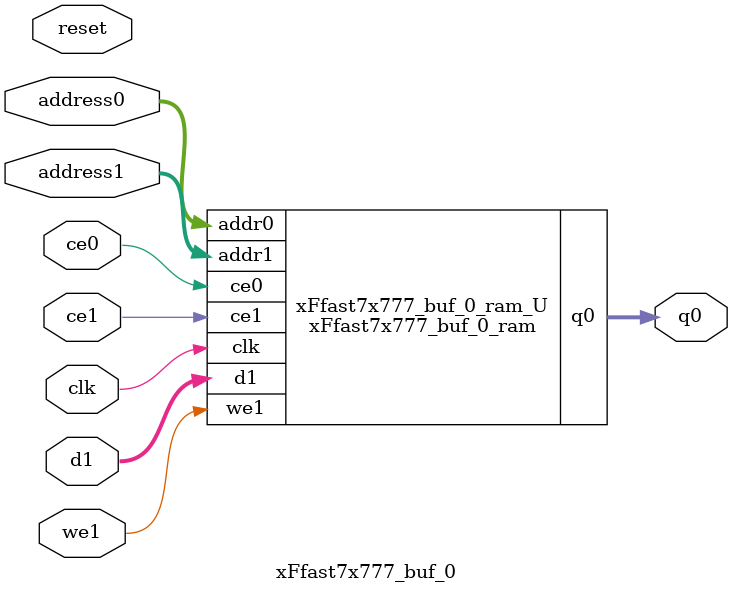
<source format=v>
`timescale 1 ns / 1 ps
module xFfast7x777_buf_0_ram (addr0, ce0, q0, addr1, ce1, d1, we1,  clk);

parameter DWIDTH = 8;
parameter AWIDTH = 10;
parameter MEM_SIZE = 640;

input[AWIDTH-1:0] addr0;
input ce0;
output wire[DWIDTH-1:0] q0;
input[AWIDTH-1:0] addr1;
input ce1;
input[DWIDTH-1:0] d1;
input we1;
input clk;

(* ram_style = "block" *)reg [DWIDTH-1:0] ram[0:MEM_SIZE-1];
reg [DWIDTH-1:0] q0_t0;
reg [DWIDTH-1:0] q0_t1;


assign q0 = q0_t1;

always @(posedge clk)  
begin
    if (ce0) 
    begin
        q0_t1 <= q0_t0;
    end
end


always @(posedge clk)  
begin 
    if (ce0) 
    begin
        q0_t0 <= ram[addr0];
    end
end


always @(posedge clk)  
begin 
    if (ce1) 
    begin
        if (we1) 
        begin 
            ram[addr1] <= d1; 
        end 
    end
end


endmodule

`timescale 1 ns / 1 ps
module xFfast7x777_buf_0(
    reset,
    clk,
    address0,
    ce0,
    q0,
    address1,
    ce1,
    we1,
    d1);

parameter DataWidth = 32'd8;
parameter AddressRange = 32'd640;
parameter AddressWidth = 32'd10;
input reset;
input clk;
input[AddressWidth - 1:0] address0;
input ce0;
output[DataWidth - 1:0] q0;
input[AddressWidth - 1:0] address1;
input ce1;
input we1;
input[DataWidth - 1:0] d1;



xFfast7x777_buf_0_ram xFfast7x777_buf_0_ram_U(
    .clk( clk ),
    .addr0( address0 ),
    .ce0( ce0 ),
    .q0( q0 ),
    .addr1( address1 ),
    .ce1( ce1 ),
    .we1( we1 ),
    .d1( d1 ));

endmodule


</source>
